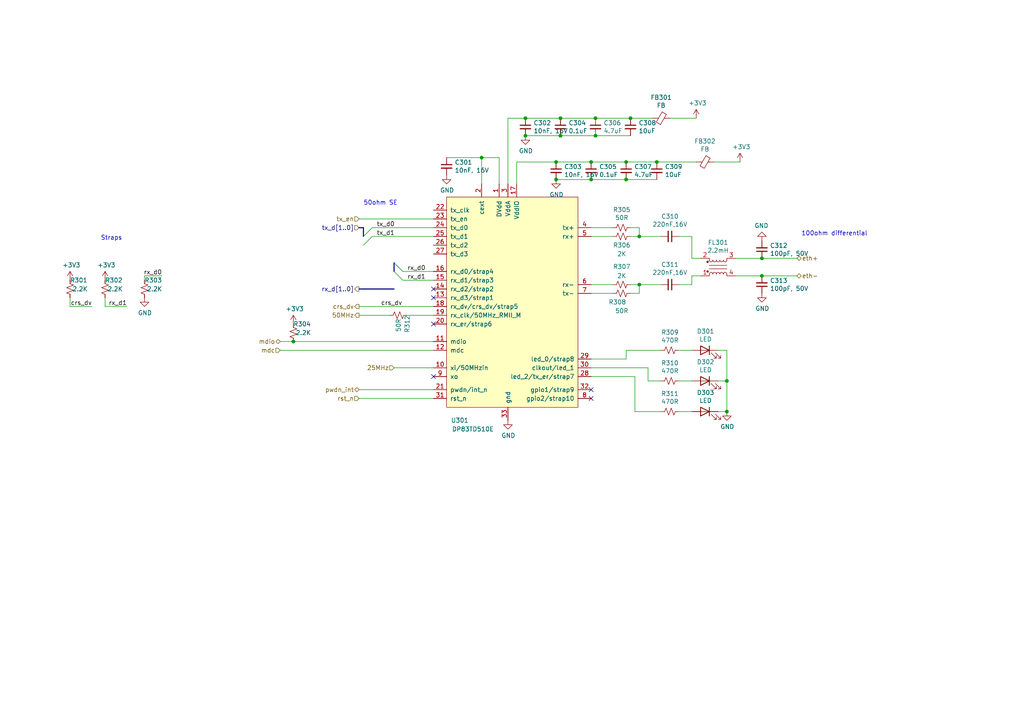
<source format=kicad_sch>
(kicad_sch (version 20210621) (generator eeschema)

  (uuid b17d26ae-5e9b-4504-9218-c1e0afc3f708)

  (paper "A4")

  (lib_symbols
    (symbol "Device:C_Small" (pin_numbers hide) (pin_names (offset 0.254) hide) (in_bom yes) (on_board yes)
      (property "Reference" "C" (id 0) (at 0.254 1.778 0)
        (effects (font (size 1.27 1.27)) (justify left))
      )
      (property "Value" "C_Small" (id 1) (at 0.254 -2.032 0)
        (effects (font (size 1.27 1.27)) (justify left))
      )
      (property "Footprint" "" (id 2) (at 0 0 0)
        (effects (font (size 1.27 1.27)) hide)
      )
      (property "Datasheet" "~" (id 3) (at 0 0 0)
        (effects (font (size 1.27 1.27)) hide)
      )
      (property "ki_keywords" "capacitor cap" (id 4) (at 0 0 0)
        (effects (font (size 1.27 1.27)) hide)
      )
      (property "ki_description" "Unpolarized capacitor, small symbol" (id 5) (at 0 0 0)
        (effects (font (size 1.27 1.27)) hide)
      )
      (property "ki_fp_filters" "C_*" (id 6) (at 0 0 0)
        (effects (font (size 1.27 1.27)) hide)
      )
      (symbol "C_Small_0_1"
        (polyline
          (pts
            (xy -1.524 -0.508)
            (xy 1.524 -0.508)
          )
          (stroke (width 0.3302) (type default) (color 0 0 0 0))
          (fill (type none))
        )
        (polyline
          (pts
            (xy -1.524 0.508)
            (xy 1.524 0.508)
          )
          (stroke (width 0.3048) (type default) (color 0 0 0 0))
          (fill (type none))
        )
      )
      (symbol "C_Small_1_1"
        (pin passive line (at 0 2.54 270) (length 2.032)
          (name "~" (effects (font (size 1.27 1.27))))
          (number "1" (effects (font (size 1.27 1.27))))
        )
        (pin passive line (at 0 -2.54 90) (length 2.032)
          (name "~" (effects (font (size 1.27 1.27))))
          (number "2" (effects (font (size 1.27 1.27))))
        )
      )
    )
    (symbol "Device:EMI_Filter_LL_1423" (pin_names hide) (in_bom yes) (on_board yes)
      (property "Reference" "FL" (id 0) (at 0 4.445 0)
        (effects (font (size 1.27 1.27)))
      )
      (property "Value" "Device_EMI_Filter_LL_1423" (id 1) (at 0 -4.445 0)
        (effects (font (size 1.27 1.27)))
      )
      (property "Footprint" "" (id 2) (at 0 -6.35 0)
        (effects (font (size 1.27 1.27)) hide)
      )
      (property "Datasheet" "" (id 3) (at 0 1.016 90)
        (effects (font (size 1.27 1.27)) hide)
      )
      (property "ki_fp_filters" "Bourns*SRF0905*" (id 4) (at 0 0 0)
        (effects (font (size 1.27 1.27)) hide)
      )
      (symbol "EMI_Filter_LL_1423_0_1"
        (circle (center -3.048 -1.27) (radius 0.254) (stroke (width 0))           (stroke (width 0) (type default) (color 0 0 0 0))
          (fill (type outline))
        )
        (circle (center -3.048 1.524) (radius 0.254) (stroke (width 0))           (stroke (width 0) (type default) (color 0 0 0 0))
          (fill (type outline))
        )
        (arc (start -2.54 2.032) (mid -2.032 1.524) (end -1.524 2.032)
          (stroke (width 0) (type default) (color 0 0 0 0))
          (fill (type none))
        )
        (arc (start -1.524 -2.032) (mid -2.032 -1.524) (end -2.54 -2.032)
          (stroke (width 0) (type default) (color 0 0 0 0))
          (fill (type none))
        )
        (arc (start -1.524 2.032) (mid -1.016 1.524) (end -0.508 2.032)
          (stroke (width 0) (type default) (color 0 0 0 0))
          (fill (type none))
        )
        (arc (start -0.508 -2.032) (mid -1.016 -1.524) (end -1.524 -2.032)
          (stroke (width 0) (type default) (color 0 0 0 0))
          (fill (type none))
        )
        (arc (start -0.508 2.032) (mid 0 1.524) (end 0.508 2.032)
          (stroke (width 0) (type default) (color 0 0 0 0))
          (fill (type none))
        )
        (polyline
          (pts
            (xy -2.54 -2.032)
            (xy -2.54 -2.54)
          )
          (stroke (width 0) (type default) (color 0 0 0 0))
          (fill (type none))
        )
        (polyline
          (pts
            (xy -2.54 0.508)
            (xy 2.54 0.508)
          )
          (stroke (width 0) (type default) (color 0 0 0 0))
          (fill (type none))
        )
        (polyline
          (pts
            (xy -2.54 2.032)
            (xy -2.54 2.54)
          )
          (stroke (width 0) (type default) (color 0 0 0 0))
          (fill (type none))
        )
        (polyline
          (pts
            (xy 2.54 -2.032)
            (xy 2.54 -2.54)
          )
          (stroke (width 0) (type default) (color 0 0 0 0))
          (fill (type none))
        )
        (polyline
          (pts
            (xy 2.54 -0.508)
            (xy -2.54 -0.508)
          )
          (stroke (width 0) (type default) (color 0 0 0 0))
          (fill (type none))
        )
        (polyline
          (pts
            (xy 2.54 2.54)
            (xy 2.54 2.032)
          )
          (stroke (width 0) (type default) (color 0 0 0 0))
          (fill (type none))
        )
        (arc (start 0.508 -2.032) (mid 0 -1.524) (end -0.508 -2.032)
          (stroke (width 0) (type default) (color 0 0 0 0))
          (fill (type none))
        )
        (arc (start 0.508 2.032) (mid 1.016 1.524) (end 1.524 2.032)
          (stroke (width 0) (type default) (color 0 0 0 0))
          (fill (type none))
        )
        (arc (start 1.524 -2.032) (mid 1.016 -1.524) (end 0.508 -2.032)
          (stroke (width 0) (type default) (color 0 0 0 0))
          (fill (type none))
        )
        (arc (start 1.524 2.032) (mid 2.032 1.524) (end 2.54 2.032)
          (stroke (width 0) (type default) (color 0 0 0 0))
          (fill (type none))
        )
        (arc (start 2.54 -2.032) (mid 2.032 -1.524) (end 1.524 -2.032)
          (stroke (width 0) (type default) (color 0 0 0 0))
          (fill (type none))
        )
      )
      (symbol "EMI_Filter_LL_1423_1_1"
        (pin passive line (at -5.08 -2.54 0) (length 2.54)
          (name "1" (effects (font (size 1.27 1.27))))
          (number "1" (effects (font (size 1.27 1.27))))
        )
        (pin passive line (at -5.08 2.54 0) (length 2.54)
          (name "2" (effects (font (size 1.27 1.27))))
          (number "2" (effects (font (size 1.27 1.27))))
        )
        (pin passive line (at 5.08 2.54 180) (length 2.54)
          (name "3" (effects (font (size 1.27 1.27))))
          (number "3" (effects (font (size 1.27 1.27))))
        )
        (pin passive line (at 5.08 -2.54 180) (length 2.54)
          (name "4" (effects (font (size 1.27 1.27))))
          (number "4" (effects (font (size 1.27 1.27))))
        )
      )
    )
    (symbol "Device:Ferrite_Bead_Small" (pin_numbers hide) (pin_names (offset 0)) (in_bom yes) (on_board yes)
      (property "Reference" "FB" (id 0) (at 1.905 1.27 0)
        (effects (font (size 1.27 1.27)) (justify left))
      )
      (property "Value" "Device_Ferrite_Bead_Small" (id 1) (at 1.905 -1.27 0)
        (effects (font (size 1.27 1.27)) (justify left))
      )
      (property "Footprint" "" (id 2) (at -1.778 0 90)
        (effects (font (size 1.27 1.27)) hide)
      )
      (property "Datasheet" "" (id 3) (at 0 0 0)
        (effects (font (size 1.27 1.27)) hide)
      )
      (property "ki_fp_filters" "Inductor_* L_* *Ferrite*" (id 4) (at 0 0 0)
        (effects (font (size 1.27 1.27)) hide)
      )
      (symbol "Ferrite_Bead_Small_0_1"
        (polyline
          (pts
            (xy 0 -1.27)
            (xy 0 -0.7874)
          )
          (stroke (width 0) (type default) (color 0 0 0 0))
          (fill (type none))
        )
        (polyline
          (pts
            (xy 0 0.889)
            (xy 0 1.2954)
          )
          (stroke (width 0) (type default) (color 0 0 0 0))
          (fill (type none))
        )
        (polyline
          (pts
            (xy -1.8288 0.2794)
            (xy -1.1176 1.4986)
            (xy 1.8288 -0.2032)
            (xy 1.1176 -1.4224)
            (xy -1.8288 0.2794)
          )
          (stroke (width 0) (type default) (color 0 0 0 0))
          (fill (type none))
        )
      )
      (symbol "Ferrite_Bead_Small_1_1"
        (pin passive line (at 0 2.54 270) (length 1.27)
          (name "~" (effects (font (size 1.27 1.27))))
          (number "1" (effects (font (size 1.27 1.27))))
        )
        (pin passive line (at 0 -2.54 90) (length 1.27)
          (name "~" (effects (font (size 1.27 1.27))))
          (number "2" (effects (font (size 1.27 1.27))))
        )
      )
    )
    (symbol "Device:LED" (pin_numbers hide) (pin_names (offset 1.016) hide) (in_bom yes) (on_board yes)
      (property "Reference" "D" (id 0) (at 0 2.54 0)
        (effects (font (size 1.27 1.27)))
      )
      (property "Value" "LED" (id 1) (at 0 -2.54 0)
        (effects (font (size 1.27 1.27)))
      )
      (property "Footprint" "" (id 2) (at 0 0 0)
        (effects (font (size 1.27 1.27)) hide)
      )
      (property "Datasheet" "~" (id 3) (at 0 0 0)
        (effects (font (size 1.27 1.27)) hide)
      )
      (property "ki_keywords" "LED diode" (id 4) (at 0 0 0)
        (effects (font (size 1.27 1.27)) hide)
      )
      (property "ki_description" "Light emitting diode" (id 5) (at 0 0 0)
        (effects (font (size 1.27 1.27)) hide)
      )
      (property "ki_fp_filters" "LED* LED_SMD:* LED_THT:*" (id 6) (at 0 0 0)
        (effects (font (size 1.27 1.27)) hide)
      )
      (symbol "LED_0_1"
        (polyline
          (pts
            (xy -1.27 -1.27)
            (xy -1.27 1.27)
          )
          (stroke (width 0.254) (type default) (color 0 0 0 0))
          (fill (type none))
        )
        (polyline
          (pts
            (xy -1.27 0)
            (xy 1.27 0)
          )
          (stroke (width 0) (type default) (color 0 0 0 0))
          (fill (type none))
        )
        (polyline
          (pts
            (xy 1.27 -1.27)
            (xy 1.27 1.27)
            (xy -1.27 0)
            (xy 1.27 -1.27)
          )
          (stroke (width 0.254) (type default) (color 0 0 0 0))
          (fill (type none))
        )
        (polyline
          (pts
            (xy -3.048 -0.762)
            (xy -4.572 -2.286)
            (xy -3.81 -2.286)
            (xy -4.572 -2.286)
            (xy -4.572 -1.524)
          )
          (stroke (width 0) (type default) (color 0 0 0 0))
          (fill (type none))
        )
        (polyline
          (pts
            (xy -1.778 -0.762)
            (xy -3.302 -2.286)
            (xy -2.54 -2.286)
            (xy -3.302 -2.286)
            (xy -3.302 -1.524)
          )
          (stroke (width 0) (type default) (color 0 0 0 0))
          (fill (type none))
        )
      )
      (symbol "LED_1_1"
        (pin passive line (at -3.81 0 0) (length 2.54)
          (name "K" (effects (font (size 1.27 1.27))))
          (number "1" (effects (font (size 1.27 1.27))))
        )
        (pin passive line (at 3.81 0 180) (length 2.54)
          (name "A" (effects (font (size 1.27 1.27))))
          (number "2" (effects (font (size 1.27 1.27))))
        )
      )
    )
    (symbol "Device:R_Small_US" (pin_numbers hide) (pin_names (offset 0.254) hide) (in_bom yes) (on_board yes)
      (property "Reference" "R" (id 0) (at 0.762 0.508 0)
        (effects (font (size 1.27 1.27)) (justify left))
      )
      (property "Value" "R_Small_US" (id 1) (at 0.762 -1.016 0)
        (effects (font (size 1.27 1.27)) (justify left))
      )
      (property "Footprint" "" (id 2) (at 0 0 0)
        (effects (font (size 1.27 1.27)) hide)
      )
      (property "Datasheet" "~" (id 3) (at 0 0 0)
        (effects (font (size 1.27 1.27)) hide)
      )
      (property "ki_keywords" "r resistor" (id 4) (at 0 0 0)
        (effects (font (size 1.27 1.27)) hide)
      )
      (property "ki_description" "Resistor, small US symbol" (id 5) (at 0 0 0)
        (effects (font (size 1.27 1.27)) hide)
      )
      (property "ki_fp_filters" "R_*" (id 6) (at 0 0 0)
        (effects (font (size 1.27 1.27)) hide)
      )
      (symbol "R_Small_US_1_1"
        (polyline
          (pts
            (xy 0 0)
            (xy 1.016 -0.381)
            (xy 0 -0.762)
            (xy -1.016 -1.143)
            (xy 0 -1.524)
          )
          (stroke (width 0) (type default) (color 0 0 0 0))
          (fill (type none))
        )
        (polyline
          (pts
            (xy 0 1.524)
            (xy 1.016 1.143)
            (xy 0 0.762)
            (xy -1.016 0.381)
            (xy 0 0)
          )
          (stroke (width 0) (type default) (color 0 0 0 0))
          (fill (type none))
        )
        (pin passive line (at 0 2.54 270) (length 1.016)
          (name "~" (effects (font (size 1.27 1.27))))
          (number "1" (effects (font (size 1.27 1.27))))
        )
        (pin passive line (at 0 -2.54 90) (length 1.016)
          (name "~" (effects (font (size 1.27 1.27))))
          (number "2" (effects (font (size 1.27 1.27))))
        )
      )
    )
    (symbol "power:+3.3V" (power) (pin_names (offset 0)) (in_bom yes) (on_board yes)
      (property "Reference" "#PWR" (id 0) (at 0 -3.81 0)
        (effects (font (size 1.27 1.27)) hide)
      )
      (property "Value" "+3.3V" (id 1) (at 0 3.556 0)
        (effects (font (size 1.27 1.27)))
      )
      (property "Footprint" "" (id 2) (at 0 0 0)
        (effects (font (size 1.27 1.27)) hide)
      )
      (property "Datasheet" "" (id 3) (at 0 0 0)
        (effects (font (size 1.27 1.27)) hide)
      )
      (property "ki_keywords" "power-flag" (id 4) (at 0 0 0)
        (effects (font (size 1.27 1.27)) hide)
      )
      (property "ki_description" "Power symbol creates a global label with name \"+3.3V\"" (id 5) (at 0 0 0)
        (effects (font (size 1.27 1.27)) hide)
      )
      (symbol "+3.3V_0_1"
        (polyline
          (pts
            (xy -0.762 1.27)
            (xy 0 2.54)
          )
          (stroke (width 0) (type default) (color 0 0 0 0))
          (fill (type none))
        )
        (polyline
          (pts
            (xy 0 0)
            (xy 0 2.54)
          )
          (stroke (width 0) (type default) (color 0 0 0 0))
          (fill (type none))
        )
        (polyline
          (pts
            (xy 0 2.54)
            (xy 0.762 1.27)
          )
          (stroke (width 0) (type default) (color 0 0 0 0))
          (fill (type none))
        )
      )
      (symbol "+3.3V_1_1"
        (pin power_in line (at 0 0 90) (length 0) hide
          (name "+3V3" (effects (font (size 1.27 1.27))))
          (number "1" (effects (font (size 1.27 1.27))))
        )
      )
    )
    (symbol "power:GND" (power) (pin_names (offset 0)) (in_bom yes) (on_board yes)
      (property "Reference" "#PWR" (id 0) (at 0 -6.35 0)
        (effects (font (size 1.27 1.27)) hide)
      )
      (property "Value" "GND" (id 1) (at 0 -3.81 0)
        (effects (font (size 1.27 1.27)))
      )
      (property "Footprint" "" (id 2) (at 0 0 0)
        (effects (font (size 1.27 1.27)) hide)
      )
      (property "Datasheet" "" (id 3) (at 0 0 0)
        (effects (font (size 1.27 1.27)) hide)
      )
      (property "ki_keywords" "power-flag" (id 4) (at 0 0 0)
        (effects (font (size 1.27 1.27)) hide)
      )
      (property "ki_description" "Power symbol creates a global label with name \"GND\" , ground" (id 5) (at 0 0 0)
        (effects (font (size 1.27 1.27)) hide)
      )
      (symbol "GND_0_1"
        (polyline
          (pts
            (xy 0 0)
            (xy 0 -1.27)
            (xy 1.27 -1.27)
            (xy 0 -2.54)
            (xy -1.27 -1.27)
            (xy 0 -1.27)
          )
          (stroke (width 0) (type default) (color 0 0 0 0))
          (fill (type none))
        )
      )
      (symbol "GND_1_1"
        (pin power_in line (at 0 0 270) (length 0) hide
          (name "GND" (effects (font (size 1.27 1.27))))
          (number "1" (effects (font (size 1.27 1.27))))
        )
      )
    )
    (symbol "sub_board:DP83TD510E" (pin_names (offset 1.016)) (in_bom yes) (on_board yes)
      (property "Reference" "U" (id 0) (at -17.78 30.48 0)
        (effects (font (size 1.27 1.27)))
      )
      (property "Value" "DP83TD510E" (id 1) (at -12.7 27.94 0)
        (effects (font (size 1.27 1.27)))
      )
      (property "Footprint" "" (id 2) (at 0 0 0)
        (effects (font (size 1.27 1.27)) hide)
      )
      (property "Datasheet" "" (id 3) (at 0 0 0)
        (effects (font (size 1.27 1.27)) hide)
      )
      (symbol "DP83TD510E_0_1"
        (rectangle (start -17.78 22.86) (end 20.32 -38.1)
          (stroke (width 0) (type default) (color 0 0 0 0))
          (fill (type background))
        )
      )
      (symbol "DP83TD510E_1_1"
        (pin passive line (at -2.54 26.67 270) (length 3.81)
          (name "DVdd" (effects (font (size 1.27 1.27))))
          (number "1" (effects (font (size 1.27 1.27))))
        )
        (pin passive line (at -21.59 -26.67 0) (length 3.81)
          (name "xi/50MHzin" (effects (font (size 1.27 1.27))))
          (number "10" (effects (font (size 1.27 1.27))))
        )
        (pin passive line (at -21.59 -19.05 0) (length 3.81)
          (name "mdio" (effects (font (size 1.27 1.27))))
          (number "11" (effects (font (size 1.27 1.27))))
        )
        (pin passive line (at -21.59 -21.59 0) (length 3.81)
          (name "mdc" (effects (font (size 1.27 1.27))))
          (number "12" (effects (font (size 1.27 1.27))))
        )
        (pin passive line (at -21.59 -6.35 0) (length 3.81)
          (name "rx_d3/strap1~{}" (effects (font (size 1.27 1.27))))
          (number "13" (effects (font (size 1.27 1.27))))
        )
        (pin passive line (at -21.59 -3.81 0) (length 3.81)
          (name "rx_d2/strap2" (effects (font (size 1.27 1.27))))
          (number "14" (effects (font (size 1.27 1.27))))
        )
        (pin passive line (at -21.59 -1.27 0) (length 3.81)
          (name "rx_d1/strap3" (effects (font (size 1.27 1.27))))
          (number "15" (effects (font (size 1.27 1.27))))
        )
        (pin passive line (at -21.59 1.27 0) (length 3.81)
          (name "rx_d0/strap4" (effects (font (size 1.27 1.27))))
          (number "16" (effects (font (size 1.27 1.27))))
        )
        (pin passive line (at 2.54 26.67 270) (length 3.81)
          (name "VddIO" (effects (font (size 1.27 1.27))))
          (number "17" (effects (font (size 1.27 1.27))))
        )
        (pin passive line (at -21.59 -8.89 0) (length 3.81)
          (name "rx_dv/crs_dv/strap5" (effects (font (size 1.27 1.27))))
          (number "18" (effects (font (size 1.27 1.27))))
        )
        (pin passive line (at -21.59 -11.43 0) (length 3.81)
          (name "rx_clk/50MHz_RMII_M" (effects (font (size 1.27 1.27))))
          (number "19" (effects (font (size 1.27 1.27))))
        )
        (pin passive line (at -7.62 26.67 270) (length 3.81)
          (name "cext" (effects (font (size 1.27 1.27))))
          (number "2" (effects (font (size 1.27 1.27))))
        )
        (pin passive line (at -21.59 -13.97 0) (length 3.81)
          (name "rx_er/strap6" (effects (font (size 1.27 1.27))))
          (number "20" (effects (font (size 1.27 1.27))))
        )
        (pin passive line (at -21.59 -33.02 0) (length 3.81)
          (name "pwdn/int_n" (effects (font (size 1.27 1.27))))
          (number "21" (effects (font (size 1.27 1.27))))
        )
        (pin passive line (at -21.59 19.05 0) (length 3.81)
          (name "tx_clk" (effects (font (size 1.27 1.27))))
          (number "22" (effects (font (size 1.27 1.27))))
        )
        (pin passive line (at -21.59 16.51 0) (length 3.81)
          (name "tx_en" (effects (font (size 1.27 1.27))))
          (number "23" (effects (font (size 1.27 1.27))))
        )
        (pin passive line (at -21.59 13.97 0) (length 3.81)
          (name "tx_d0" (effects (font (size 1.27 1.27))))
          (number "24" (effects (font (size 1.27 1.27))))
        )
        (pin passive line (at -21.59 11.43 0) (length 3.81)
          (name "tx_d1" (effects (font (size 1.27 1.27))))
          (number "25" (effects (font (size 1.27 1.27))))
        )
        (pin passive line (at -21.59 8.89 0) (length 3.81)
          (name "tx_d2" (effects (font (size 1.27 1.27))))
          (number "26" (effects (font (size 1.27 1.27))))
        )
        (pin passive line (at -21.59 6.35 0) (length 3.81)
          (name "tx_d3" (effects (font (size 1.27 1.27))))
          (number "27" (effects (font (size 1.27 1.27))))
        )
        (pin passive line (at 24.13 -29.21 180) (length 3.81)
          (name "led_2/tx_er/strap7" (effects (font (size 1.27 1.27))))
          (number "28" (effects (font (size 1.27 1.27))))
        )
        (pin passive line (at 24.13 -24.13 180) (length 3.81)
          (name "led_0/strap8" (effects (font (size 1.27 1.27))))
          (number "29" (effects (font (size 1.27 1.27))))
        )
        (pin passive line (at 0 26.67 270) (length 3.81)
          (name "VddA" (effects (font (size 1.27 1.27))))
          (number "3" (effects (font (size 1.27 1.27))))
        )
        (pin passive line (at 24.13 -26.67 180) (length 3.81)
          (name "clkout/led_1" (effects (font (size 1.27 1.27))))
          (number "30" (effects (font (size 1.27 1.27))))
        )
        (pin passive line (at -21.59 -35.56 0) (length 3.81)
          (name "rst_n" (effects (font (size 1.27 1.27))))
          (number "31" (effects (font (size 1.27 1.27))))
        )
        (pin passive line (at 24.13 -33.02 180) (length 3.81)
          (name "gpio1/strap9" (effects (font (size 1.27 1.27))))
          (number "32" (effects (font (size 1.27 1.27))))
        )
        (pin passive line (at 0 -41.91 90) (length 3.81)
          (name "gnd" (effects (font (size 1.27 1.27))))
          (number "33" (effects (font (size 1.27 1.27))))
        )
        (pin passive line (at 24.13 13.97 180) (length 3.81)
          (name "tx+" (effects (font (size 1.27 1.27))))
          (number "4" (effects (font (size 1.27 1.27))))
        )
        (pin passive line (at 24.13 11.43 180) (length 3.81)
          (name "rx+" (effects (font (size 1.27 1.27))))
          (number "5" (effects (font (size 1.27 1.27))))
        )
        (pin passive line (at 24.13 -2.54 180) (length 3.81)
          (name "rx-" (effects (font (size 1.27 1.27))))
          (number "6" (effects (font (size 1.27 1.27))))
        )
        (pin passive line (at 24.13 -5.08 180) (length 3.81)
          (name "tx-" (effects (font (size 1.27 1.27))))
          (number "7" (effects (font (size 1.27 1.27))))
        )
        (pin passive line (at 24.13 -35.56 180) (length 3.81)
          (name "gpio2/strap10" (effects (font (size 1.27 1.27))))
          (number "8" (effects (font (size 1.27 1.27))))
        )
        (pin passive line (at -21.59 -29.21 0) (length 3.81)
          (name "xo" (effects (font (size 1.27 1.27))))
          (number "9" (effects (font (size 1.27 1.27))))
        )
      )
    )
  )

  (junction (at 85.09 99.06) (diameter 0) (color 0 0 0 0))
  (junction (at 139.7 45.72) (diameter 0) (color 0 0 0 0))
  (junction (at 152.4 34.29) (diameter 0) (color 0 0 0 0))
  (junction (at 152.4 39.37) (diameter 0) (color 0 0 0 0))
  (junction (at 161.29 46.99) (diameter 0) (color 0 0 0 0))
  (junction (at 161.29 52.07) (diameter 0) (color 0 0 0 0))
  (junction (at 162.56 34.29) (diameter 0) (color 0 0 0 0))
  (junction (at 162.56 39.37) (diameter 0) (color 0 0 0 0))
  (junction (at 171.45 46.99) (diameter 0) (color 0 0 0 0))
  (junction (at 171.45 52.07) (diameter 0) (color 0 0 0 0))
  (junction (at 172.72 34.29) (diameter 0) (color 0 0 0 0))
  (junction (at 172.72 39.37) (diameter 0) (color 0 0 0 0))
  (junction (at 181.61 46.99) (diameter 0) (color 0 0 0 0))
  (junction (at 181.61 52.07) (diameter 0) (color 0 0 0 0))
  (junction (at 182.88 34.29) (diameter 0) (color 0 0 0 0))
  (junction (at 185.42 68.58) (diameter 0) (color 0 0 0 0))
  (junction (at 185.42 82.55) (diameter 0) (color 0 0 0 0))
  (junction (at 190.5 46.99) (diameter 0) (color 0 0 0 0))
  (junction (at 210.82 110.49) (diameter 0) (color 0 0 0 0))
  (junction (at 210.82 119.38) (diameter 0) (color 0 0 0 0))
  (junction (at 220.98 74.93) (diameter 0) (color 0 0 0 0))
  (junction (at 220.98 80.01) (diameter 0) (color 0 0 0 0))

  (no_connect (at 125.73 83.82) (uuid 4b5bf137-ba59-4633-94f7-f07f835abf09))
  (no_connect (at 125.73 86.36) (uuid 20dcfa2c-23fd-463b-9116-be405394620d))
  (no_connect (at 125.73 93.98) (uuid 5df82297-3d8a-4435-8a1e-3e82f5dfbb46))
  (no_connect (at 125.73 109.22) (uuid c719c093-59dc-4e24-8048-cf233d6d9643))
  (no_connect (at 171.45 113.03) (uuid 9c9afdb0-a215-4fdf-9cbc-1aeb59b75333))
  (no_connect (at 171.45 115.57) (uuid 5642ea15-648e-431c-b585-f1e6491ba254))

  (bus_entry (at 105.41 68.58) (size 2.54 -2.54)
    (stroke (width 0) (type default) (color 0 0 0 0))
    (uuid 4558dcba-342b-410c-bda8-df45a97aec92)
  )
  (bus_entry (at 107.95 68.58) (size -2.54 2.54)
    (stroke (width 0) (type default) (color 0 0 0 0))
    (uuid 39a673ee-7856-4849-bbc5-b1e5d463d2bf)
  )
  (bus_entry (at 114.3 76.2) (size 2.54 2.54)
    (stroke (width 0) (type default) (color 0 0 0 0))
    (uuid 4b21063c-dcab-42a9-8b1b-4dc1b2fdf7d8)
  )
  (bus_entry (at 114.3 78.74) (size 2.54 2.54)
    (stroke (width 0) (type default) (color 0 0 0 0))
    (uuid bac51a54-a933-42a5-96e6-952459bd3e5c)
  )

  (wire (pts (xy 20.32 86.36) (xy 20.32 88.9))
    (stroke (width 0) (type default) (color 0 0 0 0))
    (uuid 23419d20-2b2d-47e4-abba-5013df4cac66)
  )
  (wire (pts (xy 20.32 88.9) (xy 26.67 88.9))
    (stroke (width 0) (type default) (color 0 0 0 0))
    (uuid 4ef00a01-5480-496d-b990-f6b0756d5c40)
  )
  (wire (pts (xy 30.48 86.36) (xy 30.48 88.9))
    (stroke (width 0) (type default) (color 0 0 0 0))
    (uuid bb77862a-6c98-43cb-9746-5497241635e2)
  )
  (wire (pts (xy 30.48 88.9) (xy 36.83 88.9))
    (stroke (width 0) (type default) (color 0 0 0 0))
    (uuid b8e269d1-dbae-4c50-a0b8-5220017c77d8)
  )
  (wire (pts (xy 41.91 80.01) (xy 46.99 80.01))
    (stroke (width 0) (type default) (color 0 0 0 0))
    (uuid 7221265f-8856-456c-9933-eff22d6e2de9)
  )
  (wire (pts (xy 41.91 81.28) (xy 41.91 80.01))
    (stroke (width 0) (type default) (color 0 0 0 0))
    (uuid af6a7bb5-d252-4993-9a8b-5c368630a36b)
  )
  (wire (pts (xy 81.28 99.06) (xy 85.09 99.06))
    (stroke (width 0) (type default) (color 0 0 0 0))
    (uuid 7b93b185-56e7-4b33-a7da-f606fc735473)
  )
  (wire (pts (xy 81.28 101.6) (xy 125.73 101.6))
    (stroke (width 0) (type default) (color 0 0 0 0))
    (uuid 9f967eca-dc08-4ebf-ad3f-0c70521431ee)
  )
  (wire (pts (xy 85.09 99.06) (xy 125.73 99.06))
    (stroke (width 0) (type default) (color 0 0 0 0))
    (uuid 21ee2f94-532f-44ff-8c43-b7dc2098d5c0)
  )
  (wire (pts (xy 104.14 113.03) (xy 125.73 113.03))
    (stroke (width 0) (type default) (color 0 0 0 0))
    (uuid f199f2cb-c39c-44bf-a7d8-5ea112cdb721)
  )
  (wire (pts (xy 107.95 66.04) (xy 125.73 66.04))
    (stroke (width 0) (type default) (color 0 0 0 0))
    (uuid a3b03592-b6a1-493f-9109-e09832694144)
  )
  (wire (pts (xy 113.03 91.44) (xy 104.14 91.44))
    (stroke (width 0) (type default) (color 0 0 0 0))
    (uuid 55597a17-d784-4dd0-84b7-3460c1484ac5)
  )
  (wire (pts (xy 116.84 78.74) (xy 125.73 78.74))
    (stroke (width 0) (type default) (color 0 0 0 0))
    (uuid cbfc67b0-c6f5-4c16-86c1-0c89e45f303a)
  )
  (wire (pts (xy 125.73 63.5) (xy 104.14 63.5))
    (stroke (width 0) (type default) (color 0 0 0 0))
    (uuid 1ee87db8-821a-436e-acaa-64cdfc096b39)
  )
  (wire (pts (xy 125.73 68.58) (xy 107.95 68.58))
    (stroke (width 0) (type default) (color 0 0 0 0))
    (uuid c81c6912-5427-4a4f-8916-5cc1ec9de40f)
  )
  (wire (pts (xy 125.73 81.28) (xy 116.84 81.28))
    (stroke (width 0) (type default) (color 0 0 0 0))
    (uuid 6b0b48b6-65fa-407f-b921-014bf16bc9b6)
  )
  (wire (pts (xy 125.73 88.9) (xy 104.14 88.9))
    (stroke (width 0) (type default) (color 0 0 0 0))
    (uuid c5d913d0-e6b7-4960-9189-09bd0e18aa23)
  )
  (wire (pts (xy 125.73 91.44) (xy 118.11 91.44))
    (stroke (width 0) (type default) (color 0 0 0 0))
    (uuid 1d0bb87b-5964-41b9-bd40-0df6eab5d85e)
  )
  (wire (pts (xy 125.73 106.68) (xy 114.3 106.68))
    (stroke (width 0) (type default) (color 0 0 0 0))
    (uuid 8d0ea2a4-0f81-4212-b946-f6efdf073581)
  )
  (wire (pts (xy 125.73 115.57) (xy 104.14 115.57))
    (stroke (width 0) (type default) (color 0 0 0 0))
    (uuid cf36d226-ff41-4ad7-a3e3-cd119a2621a2)
  )
  (wire (pts (xy 139.7 45.72) (xy 129.54 45.72))
    (stroke (width 0) (type default) (color 0 0 0 0))
    (uuid 31b792a2-0d90-4c92-aea9-400990cc2a85)
  )
  (wire (pts (xy 139.7 53.34) (xy 139.7 45.72))
    (stroke (width 0) (type default) (color 0 0 0 0))
    (uuid c5b8b665-2ad7-4bd9-97b5-19ec3c21db0a)
  )
  (wire (pts (xy 144.78 45.72) (xy 139.7 45.72))
    (stroke (width 0) (type default) (color 0 0 0 0))
    (uuid 9fdd18d6-e680-4c3c-86ce-068541661629)
  )
  (wire (pts (xy 144.78 53.34) (xy 144.78 45.72))
    (stroke (width 0) (type default) (color 0 0 0 0))
    (uuid 860cc880-fe06-4350-b99e-cd8a3884162b)
  )
  (wire (pts (xy 147.32 34.29) (xy 147.32 53.34))
    (stroke (width 0) (type default) (color 0 0 0 0))
    (uuid 372ba03b-9de5-4bf2-977a-2c22b868ac4c)
  )
  (wire (pts (xy 149.86 46.99) (xy 149.86 53.34))
    (stroke (width 0) (type default) (color 0 0 0 0))
    (uuid 4f953023-1519-4092-ad75-27b15ed96971)
  )
  (wire (pts (xy 149.86 46.99) (xy 161.29 46.99))
    (stroke (width 0) (type default) (color 0 0 0 0))
    (uuid 20b37895-223d-4d8e-afa9-53a7df656e5d)
  )
  (wire (pts (xy 152.4 34.29) (xy 147.32 34.29))
    (stroke (width 0) (type default) (color 0 0 0 0))
    (uuid fa1a6e1c-5bdb-4d2d-9811-9738c2e2041b)
  )
  (wire (pts (xy 152.4 34.29) (xy 162.56 34.29))
    (stroke (width 0) (type default) (color 0 0 0 0))
    (uuid ac9425bd-6280-4c01-8a9e-2942ccb00383)
  )
  (wire (pts (xy 152.4 39.37) (xy 162.56 39.37))
    (stroke (width 0) (type default) (color 0 0 0 0))
    (uuid 32f6dbac-41da-4e63-aff5-39e7b1503998)
  )
  (wire (pts (xy 161.29 46.99) (xy 171.45 46.99))
    (stroke (width 0) (type default) (color 0 0 0 0))
    (uuid 29683c5e-68e8-4e10-9125-03798207031a)
  )
  (wire (pts (xy 161.29 52.07) (xy 171.45 52.07))
    (stroke (width 0) (type default) (color 0 0 0 0))
    (uuid a944a656-8eea-4a5a-9874-f71c60e9517e)
  )
  (wire (pts (xy 162.56 34.29) (xy 172.72 34.29))
    (stroke (width 0) (type default) (color 0 0 0 0))
    (uuid 7013d343-1c21-49a7-a92d-088928a7b5ee)
  )
  (wire (pts (xy 162.56 39.37) (xy 172.72 39.37))
    (stroke (width 0) (type default) (color 0 0 0 0))
    (uuid 0dae464f-eead-4620-9918-2ccd40872475)
  )
  (wire (pts (xy 171.45 46.99) (xy 181.61 46.99))
    (stroke (width 0) (type default) (color 0 0 0 0))
    (uuid eb6f5b4c-ff4e-4244-82c3-ca291db6049c)
  )
  (wire (pts (xy 171.45 52.07) (xy 181.61 52.07))
    (stroke (width 0) (type default) (color 0 0 0 0))
    (uuid b694530d-f413-45b1-ac37-32f060f490bb)
  )
  (wire (pts (xy 171.45 66.04) (xy 177.8 66.04))
    (stroke (width 0) (type default) (color 0 0 0 0))
    (uuid 6e27e77f-bb9c-4700-ae04-08ed653c2a4b)
  )
  (wire (pts (xy 171.45 68.58) (xy 177.8 68.58))
    (stroke (width 0) (type default) (color 0 0 0 0))
    (uuid 3c94ae70-64a0-43dd-927e-1dc1ecbe8e30)
  )
  (wire (pts (xy 171.45 82.55) (xy 177.8 82.55))
    (stroke (width 0) (type default) (color 0 0 0 0))
    (uuid 4b9dce70-1f45-4445-89bf-42b5bf947a1a)
  )
  (wire (pts (xy 171.45 85.09) (xy 177.8 85.09))
    (stroke (width 0) (type default) (color 0 0 0 0))
    (uuid e9b4f98d-5bf0-4b01-9ca7-f3f80e9cb0ba)
  )
  (wire (pts (xy 171.45 104.14) (xy 181.61 104.14))
    (stroke (width 0) (type default) (color 0 0 0 0))
    (uuid a8436f6a-f033-4335-a5c1-000e1de04f75)
  )
  (wire (pts (xy 171.45 109.22) (xy 184.15 109.22))
    (stroke (width 0) (type default) (color 0 0 0 0))
    (uuid 22541ffc-eb61-4d70-8571-91745de4678a)
  )
  (wire (pts (xy 172.72 34.29) (xy 182.88 34.29))
    (stroke (width 0) (type default) (color 0 0 0 0))
    (uuid 2c9c475b-8322-4444-a03d-cfc104a272e3)
  )
  (wire (pts (xy 172.72 39.37) (xy 182.88 39.37))
    (stroke (width 0) (type default) (color 0 0 0 0))
    (uuid 05d0d5d3-3627-4448-b97c-cab80b5e3826)
  )
  (wire (pts (xy 181.61 46.99) (xy 190.5 46.99))
    (stroke (width 0) (type default) (color 0 0 0 0))
    (uuid 98974996-7b1d-4c35-9bab-3e99ed183fee)
  )
  (wire (pts (xy 181.61 52.07) (xy 190.5 52.07))
    (stroke (width 0) (type default) (color 0 0 0 0))
    (uuid 3bb3bf1c-405c-4404-a02e-16ebd92ec40e)
  )
  (wire (pts (xy 181.61 101.6) (xy 191.77 101.6))
    (stroke (width 0) (type default) (color 0 0 0 0))
    (uuid 10a8f023-72bf-4674-a784-df5e15d2e267)
  )
  (wire (pts (xy 181.61 104.14) (xy 181.61 101.6))
    (stroke (width 0) (type default) (color 0 0 0 0))
    (uuid 5ece5c01-31ca-4ac3-adc5-9a9b1950a083)
  )
  (wire (pts (xy 182.88 34.29) (xy 189.23 34.29))
    (stroke (width 0) (type default) (color 0 0 0 0))
    (uuid 8d6e1009-5350-4973-94dc-49efa1daaae8)
  )
  (wire (pts (xy 182.88 66.04) (xy 185.42 66.04))
    (stroke (width 0) (type default) (color 0 0 0 0))
    (uuid b0b0e59c-cae2-4c52-ab42-b98d72e78fd5)
  )
  (wire (pts (xy 182.88 68.58) (xy 185.42 68.58))
    (stroke (width 0) (type default) (color 0 0 0 0))
    (uuid 5540ed52-8b3f-4466-851a-3e038d90ddf8)
  )
  (wire (pts (xy 182.88 82.55) (xy 185.42 82.55))
    (stroke (width 0) (type default) (color 0 0 0 0))
    (uuid 63bcc6d0-6ffa-4169-81ef-34de806d44cc)
  )
  (wire (pts (xy 182.88 85.09) (xy 185.42 85.09))
    (stroke (width 0) (type default) (color 0 0 0 0))
    (uuid 2789a8a5-9d96-4230-8754-b55bc413fe39)
  )
  (wire (pts (xy 184.15 109.22) (xy 184.15 119.38))
    (stroke (width 0) (type default) (color 0 0 0 0))
    (uuid bed7a9b3-62d4-4723-b61e-d07f415bbb4d)
  )
  (wire (pts (xy 184.15 119.38) (xy 191.77 119.38))
    (stroke (width 0) (type default) (color 0 0 0 0))
    (uuid bd85e0eb-ca45-412d-9b84-83b0d32d9698)
  )
  (wire (pts (xy 185.42 66.04) (xy 185.42 68.58))
    (stroke (width 0) (type default) (color 0 0 0 0))
    (uuid 4236785e-9b9e-4a2e-8c39-03cbaef48b8f)
  )
  (wire (pts (xy 185.42 68.58) (xy 191.77 68.58))
    (stroke (width 0) (type default) (color 0 0 0 0))
    (uuid 1ba011a2-908c-4211-aaf3-a31fcd21854f)
  )
  (wire (pts (xy 185.42 82.55) (xy 191.77 82.55))
    (stroke (width 0) (type default) (color 0 0 0 0))
    (uuid ac0c4e63-afc3-463d-8c4f-eeb9c6901b0d)
  )
  (wire (pts (xy 185.42 85.09) (xy 185.42 82.55))
    (stroke (width 0) (type default) (color 0 0 0 0))
    (uuid 4c032aff-4e93-47ca-a603-6cc1e2711bf2)
  )
  (wire (pts (xy 187.96 106.68) (xy 171.45 106.68))
    (stroke (width 0) (type default) (color 0 0 0 0))
    (uuid ed3aa51c-4e9b-4772-a2b2-b4eff6f08dba)
  )
  (wire (pts (xy 187.96 110.49) (xy 187.96 106.68))
    (stroke (width 0) (type default) (color 0 0 0 0))
    (uuid b70633ff-9f92-4ad0-ad7c-a76213313db9)
  )
  (wire (pts (xy 190.5 46.99) (xy 201.93 46.99))
    (stroke (width 0) (type default) (color 0 0 0 0))
    (uuid dd0f1fcd-152d-44ae-9774-163eaba78384)
  )
  (wire (pts (xy 191.77 110.49) (xy 187.96 110.49))
    (stroke (width 0) (type default) (color 0 0 0 0))
    (uuid ef3b84e8-d0cb-40e8-baf4-1829d47bacaa)
  )
  (wire (pts (xy 196.85 68.58) (xy 200.66 68.58))
    (stroke (width 0) (type default) (color 0 0 0 0))
    (uuid 88ee572f-1326-4c59-b431-39146cdd2c26)
  )
  (wire (pts (xy 196.85 82.55) (xy 200.66 82.55))
    (stroke (width 0) (type default) (color 0 0 0 0))
    (uuid 8f94196f-e426-4d36-9a69-ab4782025b9c)
  )
  (wire (pts (xy 196.85 101.6) (xy 200.66 101.6))
    (stroke (width 0) (type default) (color 0 0 0 0))
    (uuid 8658df2f-b352-4e15-8946-b203d705fc8c)
  )
  (wire (pts (xy 196.85 110.49) (xy 200.66 110.49))
    (stroke (width 0) (type default) (color 0 0 0 0))
    (uuid 57611b12-1eb9-4bf3-a07a-3385db61f650)
  )
  (wire (pts (xy 196.85 119.38) (xy 200.66 119.38))
    (stroke (width 0) (type default) (color 0 0 0 0))
    (uuid d381b577-5a5d-4ddb-804a-d63f98ca595e)
  )
  (wire (pts (xy 200.66 68.58) (xy 200.66 74.93))
    (stroke (width 0) (type default) (color 0 0 0 0))
    (uuid b208dcce-2216-4bfc-9937-8e0c4c950893)
  )
  (wire (pts (xy 200.66 74.93) (xy 203.2 74.93))
    (stroke (width 0) (type default) (color 0 0 0 0))
    (uuid fce2ef69-8d7e-4297-b9c7-e435c6174bef)
  )
  (wire (pts (xy 200.66 80.01) (xy 203.2 80.01))
    (stroke (width 0) (type default) (color 0 0 0 0))
    (uuid 8bd11072-6d8a-4805-b6a0-9743228c04b2)
  )
  (wire (pts (xy 200.66 82.55) (xy 200.66 80.01))
    (stroke (width 0) (type default) (color 0 0 0 0))
    (uuid b9ffb23e-c57f-4c5d-9eca-300268670d18)
  )
  (wire (pts (xy 201.93 34.29) (xy 194.31 34.29))
    (stroke (width 0) (type default) (color 0 0 0 0))
    (uuid 357d812c-dfa3-4c22-a131-a4737138da9c)
  )
  (wire (pts (xy 208.28 110.49) (xy 210.82 110.49))
    (stroke (width 0) (type default) (color 0 0 0 0))
    (uuid ced63e70-3f35-4bad-b4cb-6fdbbaeca894)
  )
  (wire (pts (xy 208.28 119.38) (xy 210.82 119.38))
    (stroke (width 0) (type default) (color 0 0 0 0))
    (uuid 52ee90bb-2977-40f6-afed-171940632322)
  )
  (wire (pts (xy 210.82 101.6) (xy 208.28 101.6))
    (stroke (width 0) (type default) (color 0 0 0 0))
    (uuid 7ef11aa3-ee51-4367-9cc5-0b6075a99800)
  )
  (wire (pts (xy 210.82 110.49) (xy 210.82 101.6))
    (stroke (width 0) (type default) (color 0 0 0 0))
    (uuid 1a88d78e-6701-4e46-b500-60ade3c1b713)
  )
  (wire (pts (xy 210.82 119.38) (xy 210.82 110.49))
    (stroke (width 0) (type default) (color 0 0 0 0))
    (uuid 00b487a8-c141-4e66-89f8-cbbb27b7acf2)
  )
  (wire (pts (xy 213.36 74.93) (xy 220.98 74.93))
    (stroke (width 0) (type default) (color 0 0 0 0))
    (uuid 378b044e-f19d-4b14-98c4-f9e35f237502)
  )
  (wire (pts (xy 213.36 80.01) (xy 220.98 80.01))
    (stroke (width 0) (type default) (color 0 0 0 0))
    (uuid e36011ee-f6cf-4f44-b83b-5a59678431f9)
  )
  (wire (pts (xy 214.63 46.99) (xy 207.01 46.99))
    (stroke (width 0) (type default) (color 0 0 0 0))
    (uuid 1ccb9b2f-f49c-4c68-9950-d180024f6664)
  )
  (wire (pts (xy 220.98 74.93) (xy 231.14 74.93))
    (stroke (width 0) (type default) (color 0 0 0 0))
    (uuid cade68f8-0676-4f3b-9371-8baddd86ac2a)
  )
  (wire (pts (xy 220.98 80.01) (xy 231.14 80.01))
    (stroke (width 0) (type default) (color 0 0 0 0))
    (uuid de1367f6-55ab-4543-9787-17c3efb557f5)
  )
  (bus (pts (xy 105.41 66.04) (xy 104.14 66.04))
    (stroke (width 0) (type default) (color 0 0 0 0))
    (uuid 21b05faa-f67b-4710-aecd-c659bc6996a6)
  )
  (bus (pts (xy 105.41 66.04) (xy 105.41 76.2))
    (stroke (width 0) (type default) (color 0 0 0 0))
    (uuid d1639ee5-084c-4e4b-8fb2-1de03130e19f)
  )
  (bus (pts (xy 114.3 76.2) (xy 114.3 83.82))
    (stroke (width 0) (type default) (color 0 0 0 0))
    (uuid 57c11870-bad1-4816-98fe-434649e89ef2)
  )
  (bus (pts (xy 114.3 83.82) (xy 104.14 83.82))
    (stroke (width 0) (type default) (color 0 0 0 0))
    (uuid ba57bdda-9b07-436a-8d79-edf0fa1282f7)
  )

  (text "Straps\n" (at 29.21 69.85 0)
    (effects (font (size 1.27 1.27)) (justify left bottom))
    (uuid f4c0f1b2-1478-46a3-814c-2099b6ba251f)
  )
  (text "50ohm SE\n" (at 105.41 59.69 0)
    (effects (font (size 1.27 1.27)) (justify left bottom))
    (uuid 18931670-cfe0-4d46-9ec1-a88d7add54c2)
  )
  (text "100ohm differential" (at 232.41 68.58 0)
    (effects (font (size 1.27 1.27)) (justify left bottom))
    (uuid fc22f576-00e9-4fbe-97d4-189dcf50d4c6)
  )

  (label "crs_dv" (at 26.67 88.9 180)
    (effects (font (size 1.27 1.27)) (justify right bottom))
    (uuid 651a06fd-f51e-438f-805a-86e9ee9c97da)
  )
  (label "rx_d1" (at 36.83 88.9 180)
    (effects (font (size 1.27 1.27)) (justify right bottom))
    (uuid 7240fe88-1233-45b1-b466-8b72284eaa35)
  )
  (label "rx_d0" (at 46.99 80.01 180)
    (effects (font (size 1.27 1.27)) (justify right bottom))
    (uuid d786dc4f-a4d6-4879-8b5a-cb113ac0e921)
  )
  (label "tx_d0" (at 109.22 66.04 0)
    (effects (font (size 1.27 1.27)) (justify left bottom))
    (uuid 5d2fad80-7957-4b49-aa10-88f7bf329d14)
  )
  (label "tx_d1" (at 109.22 68.58 0)
    (effects (font (size 1.27 1.27)) (justify left bottom))
    (uuid 48cd64cb-f05e-49d7-b371-00ad4073dba8)
  )
  (label "crs_dv" (at 110.49 88.9 0)
    (effects (font (size 1.27 1.27)) (justify left bottom))
    (uuid d0cc9ebd-4cf3-417e-8ee1-3b3f25b27a6f)
  )
  (label "rx_d0" (at 118.11 78.74 0)
    (effects (font (size 1.27 1.27)) (justify left bottom))
    (uuid 4d8da1d2-b767-48e9-b3e0-29abd380189e)
  )
  (label "rx_d1" (at 118.11 81.28 0)
    (effects (font (size 1.27 1.27)) (justify left bottom))
    (uuid 87bbe617-7619-4f9d-8fd5-0bb16921c3d6)
  )

  (hierarchical_label "mdio" (shape bidirectional) (at 81.28 99.06 180)
    (effects (font (size 1.27 1.27)) (justify right))
    (uuid 5048c6d3-f0b7-42a5-b1ed-2177f32542c8)
  )
  (hierarchical_label "mdc" (shape input) (at 81.28 101.6 180)
    (effects (font (size 1.27 1.27)) (justify right))
    (uuid 19231071-d709-418a-86aa-571be3af466a)
  )
  (hierarchical_label "tx_en" (shape input) (at 104.14 63.5 180)
    (effects (font (size 1.27 1.27)) (justify right))
    (uuid 5e95c35d-f346-468a-809f-bbf7418874a4)
  )
  (hierarchical_label "tx_d[1..0]" (shape input) (at 104.14 66.04 180)
    (effects (font (size 1.27 1.27)) (justify right))
    (uuid 075e553f-3bf1-4b0d-82ac-1c947656c6e1)
  )
  (hierarchical_label "rx_d[1..0]" (shape output) (at 104.14 83.82 180)
    (effects (font (size 1.27 1.27)) (justify right))
    (uuid c85f635a-2c65-428c-ae9b-6ee56555d2c6)
  )
  (hierarchical_label "crs_dv" (shape output) (at 104.14 88.9 180)
    (effects (font (size 1.27 1.27)) (justify right))
    (uuid c2bf1a67-656c-404d-a564-64eabd7e1a29)
  )
  (hierarchical_label "50MHz" (shape output) (at 104.14 91.44 180)
    (effects (font (size 1.27 1.27)) (justify right))
    (uuid 7d9b35d4-fd5c-4c69-86da-3d284e8bc81c)
  )
  (hierarchical_label "pwdn_int" (shape bidirectional) (at 104.14 113.03 180)
    (effects (font (size 1.27 1.27)) (justify right))
    (uuid ba066240-3cb5-481b-94b7-5644e3666bd3)
  )
  (hierarchical_label "rst_n" (shape input) (at 104.14 115.57 180)
    (effects (font (size 1.27 1.27)) (justify right))
    (uuid 08e8c32d-8253-488f-8e57-82fc91f04ec1)
  )
  (hierarchical_label "25MHz" (shape input) (at 114.3 106.68 180)
    (effects (font (size 1.27 1.27)) (justify right))
    (uuid b3f5555b-73dc-4bca-9634-c618d32c8bb9)
  )
  (hierarchical_label "eth+" (shape bidirectional) (at 231.14 74.93 0)
    (effects (font (size 1.27 1.27)) (justify left))
    (uuid cb55f9b8-5817-466e-b052-050df24893f0)
  )
  (hierarchical_label "eth-" (shape bidirectional) (at 231.14 80.01 0)
    (effects (font (size 1.27 1.27)) (justify left))
    (uuid efb4db91-e25b-44d2-9145-4312ac09b346)
  )

  (symbol (lib_id "power:+3.3V") (at 20.32 81.28 0)
    (in_bom yes) (on_board yes)
    (uuid 00000000-0000-0000-0000-0000621c73d0)
    (property "Reference" "#PWR0301" (id 0) (at 20.32 85.09 0)
      (effects (font (size 1.27 1.27)) hide)
    )
    (property "Value" "+3.3V" (id 1) (at 20.701 76.8858 0))
    (property "Footprint" "" (id 2) (at 20.32 81.28 0)
      (effects (font (size 1.27 1.27)) hide)
    )
    (property "Datasheet" "" (id 3) (at 20.32 81.28 0)
      (effects (font (size 1.27 1.27)) hide)
    )
    (pin "1" (uuid c0897238-0804-4280-8fdf-fa40e1e07c13))
  )

  (symbol (lib_id "power:+3.3V") (at 30.48 81.28 0)
    (in_bom yes) (on_board yes)
    (uuid 00000000-0000-0000-0000-0000621c387a)
    (property "Reference" "#PWR0302" (id 0) (at 30.48 85.09 0)
      (effects (font (size 1.27 1.27)) hide)
    )
    (property "Value" "+3.3V" (id 1) (at 30.861 76.8858 0))
    (property "Footprint" "" (id 2) (at 30.48 81.28 0)
      (effects (font (size 1.27 1.27)) hide)
    )
    (property "Datasheet" "" (id 3) (at 30.48 81.28 0)
      (effects (font (size 1.27 1.27)) hide)
    )
    (pin "1" (uuid 6387bb37-dd16-490b-b312-861c5d94fd34))
  )

  (symbol (lib_id "power:+3.3V") (at 85.09 93.98 0)
    (in_bom yes) (on_board yes)
    (uuid 00000000-0000-0000-0000-0000621afd8f)
    (property "Reference" "#PWR0304" (id 0) (at 85.09 97.79 0)
      (effects (font (size 1.27 1.27)) hide)
    )
    (property "Value" "+3.3V" (id 1) (at 85.471 89.5858 0))
    (property "Footprint" "" (id 2) (at 85.09 93.98 0)
      (effects (font (size 1.27 1.27)) hide)
    )
    (property "Datasheet" "" (id 3) (at 85.09 93.98 0)
      (effects (font (size 1.27 1.27)) hide)
    )
    (pin "1" (uuid 47e05cde-3ebb-4fd9-ab05-382580c2dc69))
  )

  (symbol (lib_id "power:+3.3V") (at 201.93 34.29 0)
    (in_bom yes) (on_board yes)
    (uuid 00000000-0000-0000-0000-00006160785b)
    (property "Reference" "#PWR0309" (id 0) (at 201.93 38.1 0)
      (effects (font (size 1.27 1.27)) hide)
    )
    (property "Value" "+3.3V" (id 1) (at 202.311 29.8958 0))
    (property "Footprint" "" (id 2) (at 201.93 34.29 0)
      (effects (font (size 1.27 1.27)) hide)
    )
    (property "Datasheet" "" (id 3) (at 201.93 34.29 0)
      (effects (font (size 1.27 1.27)) hide)
    )
    (pin "1" (uuid a47408fa-7c3a-45f6-a463-f805afb4b792))
  )

  (symbol (lib_id "power:+3.3V") (at 214.63 46.99 0)
    (in_bom yes) (on_board yes)
    (uuid 00000000-0000-0000-0000-00006160a736)
    (property "Reference" "#PWR0311" (id 0) (at 214.63 50.8 0)
      (effects (font (size 1.27 1.27)) hide)
    )
    (property "Value" "+3.3V" (id 1) (at 215.011 42.5958 0))
    (property "Footprint" "" (id 2) (at 214.63 46.99 0)
      (effects (font (size 1.27 1.27)) hide)
    )
    (property "Datasheet" "" (id 3) (at 214.63 46.99 0)
      (effects (font (size 1.27 1.27)) hide)
    )
    (pin "1" (uuid a6530241-4766-4600-bc8f-03bf83004dfa))
  )

  (symbol (lib_id "power:GND") (at 41.91 86.36 0)
    (in_bom yes) (on_board yes)
    (uuid 00000000-0000-0000-0000-0000621b626f)
    (property "Reference" "#PWR0303" (id 0) (at 41.91 92.71 0)
      (effects (font (size 1.27 1.27)) hide)
    )
    (property "Value" "GND" (id 1) (at 42.037 90.7542 0))
    (property "Footprint" "" (id 2) (at 41.91 86.36 0)
      (effects (font (size 1.27 1.27)) hide)
    )
    (property "Datasheet" "" (id 3) (at 41.91 86.36 0)
      (effects (font (size 1.27 1.27)) hide)
    )
    (pin "1" (uuid 23098934-b085-40b8-b50a-8c82a686b65c))
  )

  (symbol (lib_id "power:GND") (at 129.54 50.8 0)
    (in_bom yes) (on_board yes)
    (uuid 00000000-0000-0000-0000-0000616055e5)
    (property "Reference" "#PWR0305" (id 0) (at 129.54 57.15 0)
      (effects (font (size 1.27 1.27)) hide)
    )
    (property "Value" "GND" (id 1) (at 129.667 55.1942 0))
    (property "Footprint" "" (id 2) (at 129.54 50.8 0)
      (effects (font (size 1.27 1.27)) hide)
    )
    (property "Datasheet" "" (id 3) (at 129.54 50.8 0)
      (effects (font (size 1.27 1.27)) hide)
    )
    (pin "1" (uuid feffcc58-1368-4c08-8e84-0de34e05c367))
  )

  (symbol (lib_id "power:GND") (at 147.32 121.92 0)
    (in_bom yes) (on_board yes)
    (uuid 00000000-0000-0000-0000-000061604319)
    (property "Reference" "#PWR0306" (id 0) (at 147.32 128.27 0)
      (effects (font (size 1.27 1.27)) hide)
    )
    (property "Value" "GND" (id 1) (at 147.447 126.3142 0))
    (property "Footprint" "" (id 2) (at 147.32 121.92 0)
      (effects (font (size 1.27 1.27)) hide)
    )
    (property "Datasheet" "" (id 3) (at 147.32 121.92 0)
      (effects (font (size 1.27 1.27)) hide)
    )
    (pin "1" (uuid 3e9f6343-dea6-407f-be59-f7d279545c9b))
  )

  (symbol (lib_id "power:GND") (at 152.4 39.37 0)
    (in_bom yes) (on_board yes)
    (uuid 00000000-0000-0000-0000-0000616084ee)
    (property "Reference" "#PWR0307" (id 0) (at 152.4 45.72 0)
      (effects (font (size 1.27 1.27)) hide)
    )
    (property "Value" "GND" (id 1) (at 152.527 43.7642 0))
    (property "Footprint" "" (id 2) (at 152.4 39.37 0)
      (effects (font (size 1.27 1.27)) hide)
    )
    (property "Datasheet" "" (id 3) (at 152.4 39.37 0)
      (effects (font (size 1.27 1.27)) hide)
    )
    (pin "1" (uuid 0370f852-ab5b-4954-ab72-30f5e733ca7f))
  )

  (symbol (lib_id "power:GND") (at 161.29 52.07 0)
    (in_bom yes) (on_board yes)
    (uuid 00000000-0000-0000-0000-00006160a746)
    (property "Reference" "#PWR0308" (id 0) (at 161.29 58.42 0)
      (effects (font (size 1.27 1.27)) hide)
    )
    (property "Value" "GND" (id 1) (at 161.417 56.4642 0))
    (property "Footprint" "" (id 2) (at 161.29 52.07 0)
      (effects (font (size 1.27 1.27)) hide)
    )
    (property "Datasheet" "" (id 3) (at 161.29 52.07 0)
      (effects (font (size 1.27 1.27)) hide)
    )
    (pin "1" (uuid 6bde5e75-f79b-46df-ba3b-a6852080669f))
  )

  (symbol (lib_id "power:GND") (at 210.82 119.38 0)
    (in_bom yes) (on_board yes)
    (uuid 00000000-0000-0000-0000-000061670b5e)
    (property "Reference" "#PWR0310" (id 0) (at 210.82 125.73 0)
      (effects (font (size 1.27 1.27)) hide)
    )
    (property "Value" "GND" (id 1) (at 210.947 123.7742 0))
    (property "Footprint" "" (id 2) (at 210.82 119.38 0)
      (effects (font (size 1.27 1.27)) hide)
    )
    (property "Datasheet" "" (id 3) (at 210.82 119.38 0)
      (effects (font (size 1.27 1.27)) hide)
    )
    (pin "1" (uuid 9cb1cf7f-a7bd-424b-a541-94c622f394aa))
  )

  (symbol (lib_id "power:GND") (at 220.98 69.85 180)
    (in_bom yes) (on_board yes)
    (uuid 00000000-0000-0000-0000-0000616163da)
    (property "Reference" "#PWR0312" (id 0) (at 220.98 63.5 0)
      (effects (font (size 1.27 1.27)) hide)
    )
    (property "Value" "GND" (id 1) (at 220.853 65.4558 0))
    (property "Footprint" "" (id 2) (at 220.98 69.85 0)
      (effects (font (size 1.27 1.27)) hide)
    )
    (property "Datasheet" "" (id 3) (at 220.98 69.85 0)
      (effects (font (size 1.27 1.27)) hide)
    )
    (pin "1" (uuid e0c41153-a544-4de6-91a8-d28696a15c0b))
  )

  (symbol (lib_id "power:GND") (at 220.98 85.09 0)
    (in_bom yes) (on_board yes)
    (uuid 00000000-0000-0000-0000-000061615ec9)
    (property "Reference" "#PWR0313" (id 0) (at 220.98 91.44 0)
      (effects (font (size 1.27 1.27)) hide)
    )
    (property "Value" "GND" (id 1) (at 221.107 89.4842 0))
    (property "Footprint" "" (id 2) (at 220.98 85.09 0)
      (effects (font (size 1.27 1.27)) hide)
    )
    (property "Datasheet" "" (id 3) (at 220.98 85.09 0)
      (effects (font (size 1.27 1.27)) hide)
    )
    (pin "1" (uuid 3a87f3f2-694b-478a-8c65-e86b463a1683))
  )

  (symbol (lib_id "Device:R_Small_US") (at 20.32 83.82 180)
    (in_bom yes) (on_board yes)
    (uuid 00000000-0000-0000-0000-0000621c73c8)
    (property "Reference" "R301" (id 0) (at 22.86 81.28 0))
    (property "Value" "2.2K" (id 1) (at 23.2156 83.82 0))
    (property "Footprint" "Resistor_SMD:R_0402_1005Metric" (id 2) (at 20.32 83.82 0)
      (effects (font (size 1.27 1.27)) hide)
    )
    (property "Datasheet" "YAG3467CT-ND" (id 3) (at 20.32 83.82 0)
      (effects (font (size 1.27 1.27)) hide)
    )
    (pin "1" (uuid 5c62db71-5654-4104-bfe1-8c116cac3718))
    (pin "2" (uuid 9f5d4b82-5c78-4921-85e0-dd1f88a19da3))
  )

  (symbol (lib_id "Device:R_Small_US") (at 30.48 83.82 180)
    (in_bom yes) (on_board yes)
    (uuid 00000000-0000-0000-0000-0000621bda43)
    (property "Reference" "R302" (id 0) (at 33.02 81.28 0))
    (property "Value" "2.2K" (id 1) (at 33.3756 83.82 0))
    (property "Footprint" "Resistor_SMD:R_0402_1005Metric" (id 2) (at 30.48 83.82 0)
      (effects (font (size 1.27 1.27)) hide)
    )
    (property "Datasheet" "YAG3467CT-ND" (id 3) (at 30.48 83.82 0)
      (effects (font (size 1.27 1.27)) hide)
    )
    (pin "1" (uuid 660cb5f5-cb58-4556-9c2d-0606f24043a5))
    (pin "2" (uuid 8b2fa86b-02e8-4d7d-8169-ec81fecb9367))
  )

  (symbol (lib_id "Device:R_Small_US") (at 41.91 83.82 180)
    (in_bom yes) (on_board yes)
    (uuid 00000000-0000-0000-0000-0000621b5b4e)
    (property "Reference" "R303" (id 0) (at 44.45 81.28 0))
    (property "Value" "2.2K" (id 1) (at 44.8056 83.82 0))
    (property "Footprint" "Resistor_SMD:R_0402_1005Metric" (id 2) (at 41.91 83.82 0)
      (effects (font (size 1.27 1.27)) hide)
    )
    (property "Datasheet" "YAG3467CT-ND" (id 3) (at 41.91 83.82 0)
      (effects (font (size 1.27 1.27)) hide)
    )
    (pin "1" (uuid 89670398-c64a-429c-9685-fbf472497af8))
    (pin "2" (uuid ef569dab-f8ce-42cd-9271-363f2fb968f6))
  )

  (symbol (lib_id "Device:R_Small_US") (at 85.09 96.52 180)
    (in_bom yes) (on_board yes)
    (uuid 00000000-0000-0000-0000-0000621aef46)
    (property "Reference" "R304" (id 0) (at 87.63 93.98 0))
    (property "Value" "2.2K" (id 1) (at 87.9856 96.52 0))
    (property "Footprint" "Resistor_SMD:R_0402_1005Metric" (id 2) (at 85.09 96.52 0)
      (effects (font (size 1.27 1.27)) hide)
    )
    (property "Datasheet" "YAG3467CT-ND" (id 3) (at 85.09 96.52 0)
      (effects (font (size 1.27 1.27)) hide)
    )
    (pin "1" (uuid ea88f54a-5b65-427c-b7c3-7caeae0eba0d))
    (pin "2" (uuid 04c12338-60a9-4024-a5a0-a30efab6e94a))
  )

  (symbol (lib_id "Device:R_Small_US") (at 115.57 91.44 90)
    (in_bom yes) (on_board yes)
    (uuid 00000000-0000-0000-0000-000061bcfdd9)
    (property "Reference" "R312" (id 0) (at 118.11 93.98 0))
    (property "Value" "50R" (id 1) (at 115.57 94.3356 0))
    (property "Footprint" "Resistor_SMD:R_0402_1005Metric" (id 2) (at 115.57 91.44 0)
      (effects (font (size 1.27 1.27)) hide)
    )
    (property "Datasheet" "" (id 3) (at 115.57 91.44 0)
      (effects (font (size 1.27 1.27)) hide)
    )
    (pin "1" (uuid 77032dea-404a-4564-83b0-ad46bbf5d0dc))
    (pin "2" (uuid 90198e84-b001-4f3e-8100-d0e2c24313d0))
  )

  (symbol (lib_id "Device:R_Small_US") (at 180.34 66.04 270)
    (in_bom yes) (on_board yes)
    (uuid 00000000-0000-0000-0000-00006160ead3)
    (property "Reference" "R305" (id 0) (at 180.34 60.833 90))
    (property "Value" "50R" (id 1) (at 180.34 63.1444 90))
    (property "Footprint" "Resistor_SMD:R_0402_1005Metric" (id 2) (at 180.34 66.04 0)
      (effects (font (size 1.27 1.27)) hide)
    )
    (property "Datasheet" "2019-RN731ETTP50R0F50CT-ND" (id 3) (at 180.34 66.04 0)
      (effects (font (size 1.27 1.27)) hide)
    )
    (pin "1" (uuid b82a4f03-f186-49bc-bf3c-ed9a235aa750))
    (pin "2" (uuid 38a633ab-1c61-42e7-925d-738ca0e6d5bc))
  )

  (symbol (lib_id "Device:R_Small_US") (at 180.34 68.58 270)
    (in_bom yes) (on_board yes)
    (uuid 00000000-0000-0000-0000-00006160f561)
    (property "Reference" "R306" (id 0) (at 180.34 71.12 90))
    (property "Value" "2K" (id 1) (at 180.34 73.66 90))
    (property "Footprint" "Resistor_SMD:R_2512_6332Metric" (id 2) (at 180.34 68.58 0)
      (effects (font (size 1.27 1.27)) hide)
    )
    (property "Datasheet" "541-2.0KXCT-ND" (id 3) (at 180.34 68.58 0)
      (effects (font (size 1.27 1.27)) hide)
    )
    (pin "1" (uuid c451d08c-5812-446a-ad05-b082b6792ec9))
    (pin "2" (uuid f010c154-739a-4003-9555-467a767ea58a))
  )

  (symbol (lib_id "Device:R_Small_US") (at 180.34 82.55 270)
    (in_bom yes) (on_board yes)
    (uuid 00000000-0000-0000-0000-00006160f7eb)
    (property "Reference" "R307" (id 0) (at 180.34 77.343 90))
    (property "Value" "2K" (id 1) (at 180.34 80.01 90))
    (property "Footprint" "Resistor_SMD:R_2512_6332Metric" (id 2) (at 180.34 82.55 0)
      (effects (font (size 1.27 1.27)) hide)
    )
    (property "Datasheet" "541-2.0KXCT-ND" (id 3) (at 180.34 82.55 0)
      (effects (font (size 1.27 1.27)) hide)
    )
    (pin "1" (uuid a288d02f-1792-4777-a4fb-3f57e722b8ce))
    (pin "2" (uuid fa7b3cfa-19da-4f15-a176-c00f3878d725))
  )

  (symbol (lib_id "Device:R_Small_US") (at 180.34 85.09 270)
    (in_bom yes) (on_board yes)
    (uuid 00000000-0000-0000-0000-00006160fb5b)
    (property "Reference" "R308" (id 0) (at 179.07 87.63 90))
    (property "Value" "50R" (id 1) (at 180.34 90.17 90))
    (property "Footprint" "Resistor_SMD:R_0402_1005Metric" (id 2) (at 180.34 85.09 0)
      (effects (font (size 1.27 1.27)) hide)
    )
    (property "Datasheet" "2019-RN731ETTP50R0F50CT-ND" (id 3) (at 180.34 85.09 0)
      (effects (font (size 1.27 1.27)) hide)
    )
    (pin "1" (uuid d55a0329-8004-4d79-9a50-ba164ec24c17))
    (pin "2" (uuid 8f5cc4c4-f980-404d-b4ee-c6a8f21d2a33))
  )

  (symbol (lib_id "Device:R_Small_US") (at 194.31 101.6 270)
    (in_bom yes) (on_board yes)
    (uuid 00000000-0000-0000-0000-000061648ecc)
    (property "Reference" "R309" (id 0) (at 194.31 96.393 90))
    (property "Value" "470R" (id 1) (at 194.31 98.7044 90))
    (property "Footprint" "Resistor_SMD:R_0402_1005Metric" (id 2) (at 194.31 101.6 0)
      (effects (font (size 1.27 1.27)) hide)
    )
    (property "Datasheet" "P470LCT-ND" (id 3) (at 194.31 101.6 0)
      (effects (font (size 1.27 1.27)) hide)
    )
    (pin "1" (uuid af8decad-29e3-4bc8-8c03-1b361fb154a6))
    (pin "2" (uuid 38846ee9-75af-4a67-afd4-9f37fe619f71))
  )

  (symbol (lib_id "Device:R_Small_US") (at 194.31 110.49 270)
    (in_bom yes) (on_board yes)
    (uuid 00000000-0000-0000-0000-000061649493)
    (property "Reference" "R310" (id 0) (at 194.31 105.283 90))
    (property "Value" "470R" (id 1) (at 194.31 107.5944 90))
    (property "Footprint" "Resistor_SMD:R_0402_1005Metric" (id 2) (at 194.31 110.49 0)
      (effects (font (size 1.27 1.27)) hide)
    )
    (property "Datasheet" "P470LCT-ND" (id 3) (at 194.31 110.49 0)
      (effects (font (size 1.27 1.27)) hide)
    )
    (pin "1" (uuid 74bf5b38-079e-49d0-b661-39f4d5e07329))
    (pin "2" (uuid 172a6ddf-6e07-4614-9527-bd1be5a5c16c))
  )

  (symbol (lib_id "Device:R_Small_US") (at 194.31 119.38 270)
    (in_bom yes) (on_board yes)
    (uuid 00000000-0000-0000-0000-0000616497fc)
    (property "Reference" "R311" (id 0) (at 194.31 114.173 90))
    (property "Value" "470R" (id 1) (at 194.31 116.4844 90))
    (property "Footprint" "Resistor_SMD:R_0402_1005Metric" (id 2) (at 194.31 119.38 0)
      (effects (font (size 1.27 1.27)) hide)
    )
    (property "Datasheet" "P470LCT-ND" (id 3) (at 194.31 119.38 0)
      (effects (font (size 1.27 1.27)) hide)
    )
    (pin "1" (uuid 84d5ca30-ef9c-4da1-b6c6-4abf9a4e8cc0))
    (pin "2" (uuid 138a4528-f866-4b93-8b34-13941a2d53b6))
  )

  (symbol (lib_id "Device:C_Small") (at 129.54 48.26 0)
    (in_bom yes) (on_board yes)
    (uuid 00000000-0000-0000-0000-0000616047aa)
    (property "Reference" "C301" (id 0) (at 131.8768 47.0916 0)
      (effects (font (size 1.27 1.27)) (justify left))
    )
    (property "Value" "10nF, 16V" (id 1) (at 131.8768 49.403 0)
      (effects (font (size 1.27 1.27)) (justify left))
    )
    (property "Footprint" "Capacitor_SMD:C_0402_1005Metric" (id 2) (at 129.54 48.26 0)
      (effects (font (size 1.27 1.27)) hide)
    )
    (property "Datasheet" "311-3267-1-ND" (id 3) (at 129.54 48.26 0)
      (effects (font (size 1.27 1.27)) hide)
    )
    (pin "1" (uuid 7c13c544-b7a9-4f53-813f-37b66410cc7e))
    (pin "2" (uuid eb415b2f-dad5-44bc-a83a-6085972d8eb0))
  )

  (symbol (lib_id "Device:C_Small") (at 152.4 36.83 0)
    (in_bom yes) (on_board yes)
    (uuid 00000000-0000-0000-0000-000061605be4)
    (property "Reference" "C302" (id 0) (at 154.7368 35.6616 0)
      (effects (font (size 1.27 1.27)) (justify left))
    )
    (property "Value" "10nF, 16V" (id 1) (at 154.7368 37.973 0)
      (effects (font (size 1.27 1.27)) (justify left))
    )
    (property "Footprint" "Capacitor_SMD:C_0402_1005Metric" (id 2) (at 152.4 36.83 0)
      (effects (font (size 1.27 1.27)) hide)
    )
    (property "Datasheet" "311-3267-1-ND" (id 3) (at 152.4 36.83 0)
      (effects (font (size 1.27 1.27)) hide)
    )
    (pin "1" (uuid 7bf0052f-6bbe-41bd-a4c5-1aedcd6e2d17))
    (pin "2" (uuid f1595b26-35aa-4619-8613-5febfd3f208f))
  )

  (symbol (lib_id "Device:C_Small") (at 161.29 49.53 0)
    (in_bom yes) (on_board yes)
    (uuid 00000000-0000-0000-0000-00006160a71e)
    (property "Reference" "C303" (id 0) (at 163.6268 48.3616 0)
      (effects (font (size 1.27 1.27)) (justify left))
    )
    (property "Value" "10nF, 16V" (id 1) (at 163.6268 50.673 0)
      (effects (font (size 1.27 1.27)) (justify left))
    )
    (property "Footprint" "Capacitor_SMD:C_0402_1005Metric" (id 2) (at 161.29 49.53 0)
      (effects (font (size 1.27 1.27)) hide)
    )
    (property "Datasheet" "311-3267-1-ND" (id 3) (at 161.29 49.53 0)
      (effects (font (size 1.27 1.27)) hide)
    )
    (pin "1" (uuid a270dc57-fb4a-4566-ab6c-64c8c3a2e2b1))
    (pin "2" (uuid 38a07551-468a-4261-ad1f-8ac874e8dfe9))
  )

  (symbol (lib_id "Device:C_Small") (at 162.56 36.83 0)
    (in_bom yes) (on_board yes)
    (uuid 00000000-0000-0000-0000-00006160609d)
    (property "Reference" "C304" (id 0) (at 164.8968 35.6616 0)
      (effects (font (size 1.27 1.27)) (justify left))
    )
    (property "Value" "0.1uF" (id 1) (at 164.8968 37.973 0)
      (effects (font (size 1.27 1.27)) (justify left))
    )
    (property "Footprint" "Capacitor_SMD:C_0402_1005Metric" (id 2) (at 162.56 36.83 0)
      (effects (font (size 1.27 1.27)) hide)
    )
    (property "Datasheet" "1292-1630-1-ND" (id 3) (at 162.56 36.83 0)
      (effects (font (size 1.27 1.27)) hide)
    )
    (pin "1" (uuid 4725606a-bf4b-43c5-9692-9da1329b5ae7))
    (pin "2" (uuid a4880dca-5234-4c36-a665-1d86cf55dd07))
  )

  (symbol (lib_id "Device:C_Small") (at 171.45 49.53 0)
    (in_bom yes) (on_board yes)
    (uuid 00000000-0000-0000-0000-00006160a724)
    (property "Reference" "C305" (id 0) (at 173.7868 48.3616 0)
      (effects (font (size 1.27 1.27)) (justify left))
    )
    (property "Value" "0.1uF" (id 1) (at 173.7868 50.673 0)
      (effects (font (size 1.27 1.27)) (justify left))
    )
    (property "Footprint" "Capacitor_SMD:C_0402_1005Metric" (id 2) (at 171.45 49.53 0)
      (effects (font (size 1.27 1.27)) hide)
    )
    (property "Datasheet" "1292-1630-1-ND" (id 3) (at 171.45 49.53 0)
      (effects (font (size 1.27 1.27)) hide)
    )
    (pin "1" (uuid fc92ec5a-4862-42e4-b0fe-01232f4b1af4))
    (pin "2" (uuid 57e644a1-b7a2-4fda-ae8b-c68fe5cf1f10))
  )

  (symbol (lib_id "Device:C_Small") (at 172.72 36.83 0)
    (in_bom yes) (on_board yes)
    (uuid 00000000-0000-0000-0000-0000616062e6)
    (property "Reference" "C306" (id 0) (at 175.0568 35.6616 0)
      (effects (font (size 1.27 1.27)) (justify left))
    )
    (property "Value" "4.7uF" (id 1) (at 175.0568 37.973 0)
      (effects (font (size 1.27 1.27)) (justify left))
    )
    (property "Footprint" "Capacitor_SMD:C_0603_1608Metric" (id 2) (at 172.72 36.83 0)
      (effects (font (size 1.27 1.27)) hide)
    )
    (property "Datasheet" "1276-1044-1-ND" (id 3) (at 172.72 36.83 0)
      (effects (font (size 1.27 1.27)) hide)
    )
    (pin "1" (uuid c8ab7978-bc57-4127-83b4-a4c5e991de76))
    (pin "2" (uuid 564cae5f-7e3b-4a1c-9f20-da19235f69cf))
  )

  (symbol (lib_id "Device:C_Small") (at 181.61 49.53 0)
    (in_bom yes) (on_board yes)
    (uuid 00000000-0000-0000-0000-00006160a72a)
    (property "Reference" "C307" (id 0) (at 183.9468 48.3616 0)
      (effects (font (size 1.27 1.27)) (justify left))
    )
    (property "Value" "4.7uF" (id 1) (at 183.9468 50.673 0)
      (effects (font (size 1.27 1.27)) (justify left))
    )
    (property "Footprint" "Capacitor_SMD:C_0603_1608Metric" (id 2) (at 181.61 49.53 0)
      (effects (font (size 1.27 1.27)) hide)
    )
    (property "Datasheet" "1276-1044-1-ND" (id 3) (at 181.61 49.53 0)
      (effects (font (size 1.27 1.27)) hide)
    )
    (pin "1" (uuid c7cc99ef-486e-4feb-af83-c3516cf4d086))
    (pin "2" (uuid e419e7dc-a641-4703-92fe-baafb5d297bb))
  )

  (symbol (lib_id "Device:C_Small") (at 182.88 36.83 0)
    (in_bom yes) (on_board yes)
    (uuid 00000000-0000-0000-0000-00006218a18d)
    (property "Reference" "C308" (id 0) (at 185.2168 35.6616 0)
      (effects (font (size 1.27 1.27)) (justify left))
    )
    (property "Value" "10uF" (id 1) (at 185.2168 37.973 0)
      (effects (font (size 1.27 1.27)) (justify left))
    )
    (property "Footprint" "Capacitor_SMD:C_0805_2012Metric" (id 2) (at 182.88 36.83 0)
      (effects (font (size 1.27 1.27)) hide)
    )
    (property "Datasheet" "490-10517-1-ND" (id 3) (at 182.88 36.83 0)
      (effects (font (size 1.27 1.27)) hide)
    )
    (pin "1" (uuid e9e96d0c-922c-43cc-b649-ca1dbbfdbc53))
    (pin "2" (uuid 1f73d5a9-db65-48b3-8430-26c4dae549be))
  )

  (symbol (lib_id "Device:C_Small") (at 190.5 49.53 0)
    (in_bom yes) (on_board yes)
    (uuid 00000000-0000-0000-0000-00006218ff7a)
    (property "Reference" "C309" (id 0) (at 192.8368 48.3616 0)
      (effects (font (size 1.27 1.27)) (justify left))
    )
    (property "Value" "10uF" (id 1) (at 192.8368 50.673 0)
      (effects (font (size 1.27 1.27)) (justify left))
    )
    (property "Footprint" "Capacitor_SMD:C_0805_2012Metric" (id 2) (at 190.5 49.53 0)
      (effects (font (size 1.27 1.27)) hide)
    )
    (property "Datasheet" "490-10517-1-ND" (id 3) (at 190.5 49.53 0)
      (effects (font (size 1.27 1.27)) hide)
    )
    (pin "1" (uuid 609d0dbb-5b68-4888-b401-3332a5a2e1fe))
    (pin "2" (uuid 1f0c517d-3431-4502-83ad-3b0f184edf40))
  )

  (symbol (lib_id "Device:C_Small") (at 194.31 68.58 270)
    (in_bom yes) (on_board yes)
    (uuid 00000000-0000-0000-0000-00006160b06a)
    (property "Reference" "C310" (id 0) (at 194.31 62.7634 90))
    (property "Value" "220nF,16V" (id 1) (at 194.31 65.0748 90))
    (property "Footprint" "Capacitor_SMD:C_0603_1608Metric" (id 2) (at 194.31 68.58 0)
      (effects (font (size 1.27 1.27)) hide)
    )
    (property "Datasheet" "311-1426-1-ND" (id 3) (at 194.31 68.58 0)
      (effects (font (size 1.27 1.27)) hide)
    )
    (pin "1" (uuid a2f7dfb1-9fe0-48bd-8f1c-3f7c74bcfc48))
    (pin "2" (uuid 493796ef-09e1-4b1f-b878-b529c51662bc))
  )

  (symbol (lib_id "Device:C_Small") (at 194.31 82.55 270)
    (in_bom yes) (on_board yes)
    (uuid 00000000-0000-0000-0000-00006160e1dc)
    (property "Reference" "C311" (id 0) (at 194.31 76.7334 90))
    (property "Value" "220nF,16V" (id 1) (at 194.31 79.0448 90))
    (property "Footprint" "Capacitor_SMD:C_0603_1608Metric" (id 2) (at 194.31 82.55 0)
      (effects (font (size 1.27 1.27)) hide)
    )
    (property "Datasheet" "311-1426-1-ND" (id 3) (at 194.31 82.55 0)
      (effects (font (size 1.27 1.27)) hide)
    )
    (pin "1" (uuid 34213c61-b22d-4814-a676-bb9aedfc498f))
    (pin "2" (uuid b5f9bf0b-c3e6-4b7d-840a-e5ee7c333e2d))
  )

  (symbol (lib_id "Device:C_Small") (at 220.98 72.39 180)
    (in_bom yes) (on_board yes)
    (uuid 00000000-0000-0000-0000-00006160b625)
    (property "Reference" "C312" (id 0) (at 223.3168 71.2216 0)
      (effects (font (size 1.27 1.27)) (justify right))
    )
    (property "Value" "100pF, 50V" (id 1) (at 223.3168 73.533 0)
      (effects (font (size 1.27 1.27)) (justify right))
    )
    (property "Footprint" "Capacitor_SMD:C_0603_1608Metric" (id 2) (at 220.98 72.39 0)
      (effects (font (size 1.27 1.27)) hide)
    )
    (property "Datasheet" "13-CC0603KPX7R9BB101CT-ND" (id 3) (at 220.98 72.39 0)
      (effects (font (size 1.27 1.27)) hide)
    )
    (pin "1" (uuid 7aecf383-4196-469c-ab9b-b5cb9ce2cbf9))
    (pin "2" (uuid 4821dbea-89ea-42dd-982c-eba23f4399f6))
  )

  (symbol (lib_id "Device:C_Small") (at 220.98 82.55 180)
    (in_bom yes) (on_board yes)
    (uuid 00000000-0000-0000-0000-00006160d7d4)
    (property "Reference" "C313" (id 0) (at 223.3168 81.3816 0)
      (effects (font (size 1.27 1.27)) (justify right))
    )
    (property "Value" "100pF, 50V" (id 1) (at 223.3168 83.693 0)
      (effects (font (size 1.27 1.27)) (justify right))
    )
    (property "Footprint" "Capacitor_SMD:C_0603_1608Metric" (id 2) (at 220.98 82.55 0)
      (effects (font (size 1.27 1.27)) hide)
    )
    (property "Datasheet" "13-CC0603KPX7R9BB101CT-ND" (id 3) (at 220.98 82.55 0)
      (effects (font (size 1.27 1.27)) hide)
    )
    (pin "1" (uuid 786631c4-4775-4568-b491-00efb600c444))
    (pin "2" (uuid bb92f6bb-62e5-4172-80dc-d80348efc69a))
  )

  (symbol (lib_id "Device:Ferrite_Bead_Small") (at 191.77 34.29 270)
    (in_bom yes) (on_board yes)
    (uuid 00000000-0000-0000-0000-000061606d3c)
    (property "Reference" "FB301" (id 0) (at 191.77 28.2702 90))
    (property "Value" "FB" (id 1) (at 191.77 30.5816 90))
    (property "Footprint" "Resistor_SMD:R_0603_1608Metric" (id 2) (at 191.77 32.512 90)
      (effects (font (size 1.27 1.27)) hide)
    )
    (property "Datasheet" "490-5213-1-ND" (id 3) (at 191.77 34.29 0)
      (effects (font (size 1.27 1.27)) hide)
    )
    (pin "1" (uuid b8cefaaa-8899-4954-aebb-b8002881a219))
    (pin "2" (uuid b6b65c89-e89c-4416-be73-048723e7e57b))
  )

  (symbol (lib_id "Device:Ferrite_Bead_Small") (at 204.47 46.99 270)
    (in_bom yes) (on_board yes)
    (uuid 00000000-0000-0000-0000-00006160a730)
    (property "Reference" "FB302" (id 0) (at 204.47 40.9702 90))
    (property "Value" "FB" (id 1) (at 204.47 43.2816 90))
    (property "Footprint" "Resistor_SMD:R_0603_1608Metric" (id 2) (at 204.47 45.212 90)
      (effects (font (size 1.27 1.27)) hide)
    )
    (property "Datasheet" "490-5213-1-ND" (id 3) (at 204.47 46.99 0)
      (effects (font (size 1.27 1.27)) hide)
    )
    (pin "1" (uuid 20c794d8-3859-4d20-8280-5182891079f1))
    (pin "2" (uuid 5d957a2f-f69e-41bf-9577-efce47432adb))
  )

  (symbol (lib_id "Device:LED") (at 204.47 101.6 0) (mirror y)
    (in_bom yes) (on_board yes)
    (uuid 00000000-0000-0000-0000-000061646f6c)
    (property "Reference" "D301" (id 0) (at 204.6478 96.0882 0))
    (property "Value" "LED" (id 1) (at 204.6478 98.3996 0))
    (property "Footprint" "LED_SMD:LED_0402_1005Metric" (id 2) (at 204.47 101.6 0)
      (effects (font (size 1.27 1.27)) hide)
    )
    (property "Datasheet" "1830-IN-S42BCT-ND" (id 3) (at 204.47 101.6 0)
      (effects (font (size 1.27 1.27)) hide)
    )
    (pin "1" (uuid 59a4890c-ab8a-483c-b739-f22da1f39620))
    (pin "2" (uuid 0cfe5366-f899-4ce0-971e-53919a3f53fd))
  )

  (symbol (lib_id "Device:LED") (at 204.47 110.49 0) (mirror y)
    (in_bom yes) (on_board yes)
    (uuid 00000000-0000-0000-0000-0000616479c9)
    (property "Reference" "D302" (id 0) (at 204.6478 104.9782 0))
    (property "Value" "LED" (id 1) (at 204.6478 107.2896 0))
    (property "Footprint" "LED_SMD:LED_0402_1005Metric" (id 2) (at 204.47 110.49 0)
      (effects (font (size 1.27 1.27)) hide)
    )
    (property "Datasheet" "1830-IN-S42BCT-ND" (id 3) (at 204.47 110.49 0)
      (effects (font (size 1.27 1.27)) hide)
    )
    (pin "1" (uuid 2acc6a17-815d-44a2-b842-b0901360e269))
    (pin "2" (uuid b111e39a-ce91-4751-bdd6-6c6d5db04b17))
  )

  (symbol (lib_id "Device:LED") (at 204.47 119.38 0) (mirror y)
    (in_bom yes) (on_board yes)
    (uuid 00000000-0000-0000-0000-000061647bd6)
    (property "Reference" "D303" (id 0) (at 204.6478 113.8682 0))
    (property "Value" "LED" (id 1) (at 204.6478 116.1796 0))
    (property "Footprint" "LED_SMD:LED_0402_1005Metric" (id 2) (at 204.47 119.38 0)
      (effects (font (size 1.27 1.27)) hide)
    )
    (property "Datasheet" "1830-IN-S42BCT-ND" (id 3) (at 204.47 119.38 0)
      (effects (font (size 1.27 1.27)) hide)
    )
    (pin "1" (uuid 74cc7022-ecb7-4b36-92a0-af6d8fe021d1))
    (pin "2" (uuid 2ddb17bc-fdea-486b-931d-1534388b89ba))
  )

  (symbol (lib_id "Device:EMI_Filter_LL_1423") (at 208.28 77.47 0)
    (in_bom yes) (on_board yes)
    (uuid 00000000-0000-0000-0000-00006160c821)
    (property "Reference" "FL301" (id 0) (at 208.28 70.3326 0))
    (property "Value" "2.2mH" (id 1) (at 208.28 72.644 0))
    (property "Footprint" "Inductor_SMD:L_WE_SL5" (id 2) (at 208.28 83.82 0)
      (effects (font (size 1.27 1.27)) hide)
    )
    (property "Datasheet" "732-1494-1-ND" (id 3) (at 208.28 76.454 90)
      (effects (font (size 1.27 1.27)) hide)
    )
    (pin "1" (uuid e6de9f8d-b8b1-4c15-943c-bf969ed2be34))
    (pin "2" (uuid 1b6fd0b0-2410-4ab3-a489-88cb68a253bf))
    (pin "3" (uuid 10255f80-8547-4a03-bfeb-74225a4317f5))
    (pin "4" (uuid cdb82de4-3f06-45a0-ae68-ddf5cd990ef2))
  )

  (symbol (lib_id "sub_board:DP83TD510E") (at 147.32 80.01 0)
    (in_bom yes) (on_board yes)
    (uuid 00000000-0000-0000-0000-0000616034e1)
    (property "Reference" "U301" (id 0) (at 133.35 121.92 0))
    (property "Value" "DP83TD510E" (id 1) (at 137.16 124.46 0))
    (property "Footprint" "Package_DFN_QFN:TQFN-32-1EP_5x5mm_P0.5mm_EP2.1x2.1mm" (id 2) (at 147.32 80.01 0)
      (effects (font (size 1.27 1.27)) hide)
    )
    (property "Datasheet" "" (id 3) (at 147.32 80.01 0)
      (effects (font (size 1.27 1.27)) hide)
    )
    (pin "1" (uuid e3a05dd3-a3b1-4658-ad35-9c990153f7e8))
    (pin "10" (uuid b3004e88-53d1-4792-9e71-210020b16d2d))
    (pin "11" (uuid 58a7fc43-0eb3-4ea2-94cc-4afc139685b9))
    (pin "12" (uuid ace58445-7c87-4b8d-bedc-8b689c11ca18))
    (pin "13" (uuid 319ec663-8c89-43b2-bbc2-62e0683d0588))
    (pin "14" (uuid a08c0973-e8a6-4b1e-858a-2df36b14e64d))
    (pin "15" (uuid 77dfb8cf-5048-4a0c-aec0-1ac7b0dea81b))
    (pin "16" (uuid 2d8e5576-930a-4240-a940-dbe733c3f4d4))
    (pin "17" (uuid 56949223-534e-4c55-ad79-b998005530b8))
    (pin "18" (uuid 78914fe0-66ad-4c81-bed5-56e467005874))
    (pin "19" (uuid 3eb786b6-084d-481b-b4be-0671dff71781))
    (pin "2" (uuid a04fa94b-7089-4c34-bb81-34bfe1d6c263))
    (pin "20" (uuid 3e8dce7b-1df6-4108-81ca-b3426ec45f59))
    (pin "21" (uuid 5eb1f314-21ee-4de7-a166-4edc392bf183))
    (pin "22" (uuid 4ac5a83b-eaf4-4887-b399-34e76695aeb2))
    (pin "23" (uuid f91659cb-289e-41f6-ae83-faf5d0de54b2))
    (pin "24" (uuid 9451a32c-2c7b-4a6f-8581-c29db1d4941b))
    (pin "25" (uuid 989161c3-5a7c-41d8-ba4a-0454894bd8dc))
    (pin "26" (uuid 76b2f603-5ba6-40f5-9b8f-2c12ad269fb4))
    (pin "27" (uuid 38b3461f-900a-442a-a6aa-ecd8b8258905))
    (pin "28" (uuid 8ca1964b-4dc2-4988-9d8f-e92507bec1cc))
    (pin "29" (uuid 95b4f5fc-358e-4de9-8bfe-21f888a7d82a))
    (pin "3" (uuid 3c4f28a0-ee92-4fb6-9b6a-62fe16d00917))
    (pin "30" (uuid 4725155f-eb29-44cf-9bed-a1453391ad9a))
    (pin "31" (uuid ffaaacfb-ca2c-4158-9c7d-52f458702275))
    (pin "32" (uuid 0c555d52-ec99-4922-a2e3-37d3eb55da18))
    (pin "33" (uuid 0f34d469-f151-4819-bb6f-9e3b2effa8cf))
    (pin "4" (uuid 9aae06bc-ec20-4f9c-ad25-ea6241c6b0f5))
    (pin "5" (uuid e2031782-c9b2-4d79-9468-46f5dd5d75b8))
    (pin "6" (uuid 4b0e9d73-8885-4830-8d8e-18e012388931))
    (pin "7" (uuid 3bed71b0-7c9f-43c1-8d84-537d53784dbe))
    (pin "8" (uuid 9a7978e6-5028-45bc-985d-b20b1fe9d16a))
    (pin "9" (uuid 63f8613d-af62-4da5-82d5-28b56157ecaa))
  )
)

</source>
